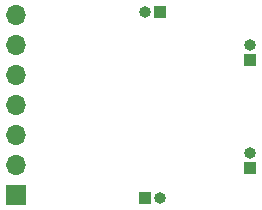
<source format=gbr>
%TF.GenerationSoftware,KiCad,Pcbnew,(5.1.10)-1*%
%TF.CreationDate,2021-07-26T18:41:30-05:00*%
%TF.ProjectId,LDC1314-Breakout,4c444331-3331-4342-9d42-7265616b6f75,rev?*%
%TF.SameCoordinates,Original*%
%TF.FileFunction,Soldermask,Bot*%
%TF.FilePolarity,Negative*%
%FSLAX46Y46*%
G04 Gerber Fmt 4.6, Leading zero omitted, Abs format (unit mm)*
G04 Created by KiCad (PCBNEW (5.1.10)-1) date 2021-07-26 18:41:30*
%MOMM*%
%LPD*%
G01*
G04 APERTURE LIST*
%ADD10O,1.000000X1.000000*%
%ADD11R,1.000000X1.000000*%
%ADD12O,1.700000X1.700000*%
%ADD13R,1.700000X1.700000*%
G04 APERTURE END LIST*
D10*
%TO.C,J2*%
X172720000Y-119634000D03*
D11*
X172720000Y-120904000D03*
%TD*%
D10*
%TO.C,J3*%
X172720000Y-110490000D03*
D11*
X172720000Y-111760000D03*
%TD*%
D10*
%TO.C,J1*%
X165100000Y-123444000D03*
D11*
X163830000Y-123444000D03*
%TD*%
D10*
%TO.C,J4*%
X163830000Y-107696000D03*
D11*
X165100000Y-107696000D03*
%TD*%
D12*
%TO.C,J5*%
X152908000Y-107950000D03*
X152908000Y-110490000D03*
X152908000Y-113030000D03*
X152908000Y-115570000D03*
X152908000Y-118110000D03*
X152908000Y-120650000D03*
D13*
X152908000Y-123190000D03*
%TD*%
M02*

</source>
